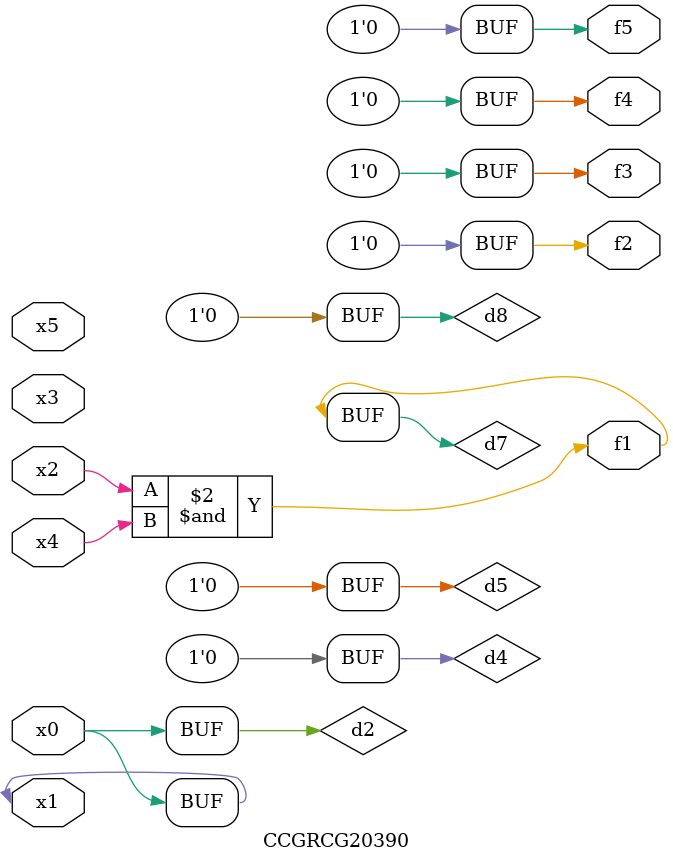
<source format=v>
module CCGRCG20390(
	input x0, x1, x2, x3, x4, x5,
	output f1, f2, f3, f4, f5
);

	wire d1, d2, d3, d4, d5, d6, d7, d8, d9;

	nand (d1, x1);
	buf (d2, x0, x1);
	nand (d3, x2, x4);
	and (d4, d1, d2);
	and (d5, d1, d2);
	nand (d6, d1, d3);
	not (d7, d3);
	xor (d8, d5);
	nor (d9, d5, d6);
	assign f1 = d7;
	assign f2 = d8;
	assign f3 = d8;
	assign f4 = d8;
	assign f5 = d8;
endmodule

</source>
